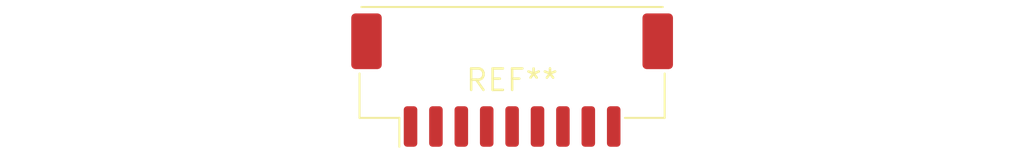
<source format=kicad_pcb>
(kicad_pcb (version 20240108) (generator pcbnew)
  (layers (0 "F.Cu" signal) (31 "B.Cu" signal) (34 "B.Paste" user) (35 "F.Paste" user) (36 "B.SilkS" user "B.Silkscreen") (37 "F.SilkS" user "F.Silkscreen") (38 "B.Mask" user) (39 "F.Mask" user) (44 "Edge.Cuts" user))
  (net 0 "")
  (footprint "Molex_CLIK-Mate_505405-0970_1x09-1MP_P1.50mm_Vertical" (layer "F.Cu") (at 0 0)
    (property "Reference" "REF**")
    (property "Value" "Molex_CLIK-Mate_505405-0970_1x09-1MP_P1.50mm_Vertical")
    (fp_line (start -9.01 -0.39) (end -9.01 2.24) (layer "F.SilkS") (stroke (width 0.12)))
    (fp_line (start -9.01 2.24) (end -6.66 2.24) (layer "F.SilkS") (stroke (width 0.12)))
    (fp_line (start -8.9 -4.33) (end 8.9 -4.33) (layer "F.SilkS") (stroke (width 0.12)))
    (fp_line (start -6.66 2.24) (end -6.66 3.95) (layer "F.SilkS") (stroke (width 0.12)))
    (fp_line (start 9.01 -0.39) (end 9.01 2.24) (layer "F.SilkS") (stroke (width 0.12)))
    (fp_line (start 9.01 2.24) (end 6.66 2.24) (layer "F.SilkS") (stroke (width 0.12)))
    (pad "1" smd roundrect (at -6 2.75) (size 0.8 2.4) (layers "F.Cu" "F.Paste" "F.Mask"))
    (pad "2" smd roundrect (at -4.5 2.75) (size 0.8 2.4) (layers "F.Cu" "F.Paste" "F.Mask"))
    (pad "3" smd roundrect (at -3 2.75) (size 0.8 2.4) (layers "F.Cu" "F.Paste" "F.Mask"))
    (pad "4" smd roundrect (at -1.5 2.75) (size 0.8 2.4) (layers "F.Cu" "F.Paste" "F.Mask"))
    (pad "5" smd roundrect (at 0 2.75) (size 0.8 2.4) (layers "F.Cu" "F.Paste" "F.Mask"))
    (pad "6" smd roundrect (at 1.5 2.75) (size 0.8 2.4) (layers "F.Cu" "F.Paste" "F.Mask"))
    (pad "7" smd roundrect (at 3 2.75) (size 0.8 2.4) (layers "F.Cu" "F.Paste" "F.Mask"))
    (pad "8" smd roundrect (at 4.5 2.75) (size 0.8 2.4) (layers "F.Cu" "F.Paste" "F.Mask"))
    (pad "9" smd roundrect (at 6 2.75) (size 0.8 2.4) (layers "F.Cu" "F.Paste" "F.Mask"))
    (pad "MP" smd roundrect (at -8.6 -2.3) (size 1.8 3.3) (layers "F.Cu" "F.Paste" "F.Mask") (roundrect_rratio 0.138889))
    (pad "MP" smd roundrect (at 8.6 -2.3) (size 1.8 3.3) (layers "F.Cu" "F.Paste" "F.Mask") (roundrect_rratio 0.138889))
  )
)
</source>
